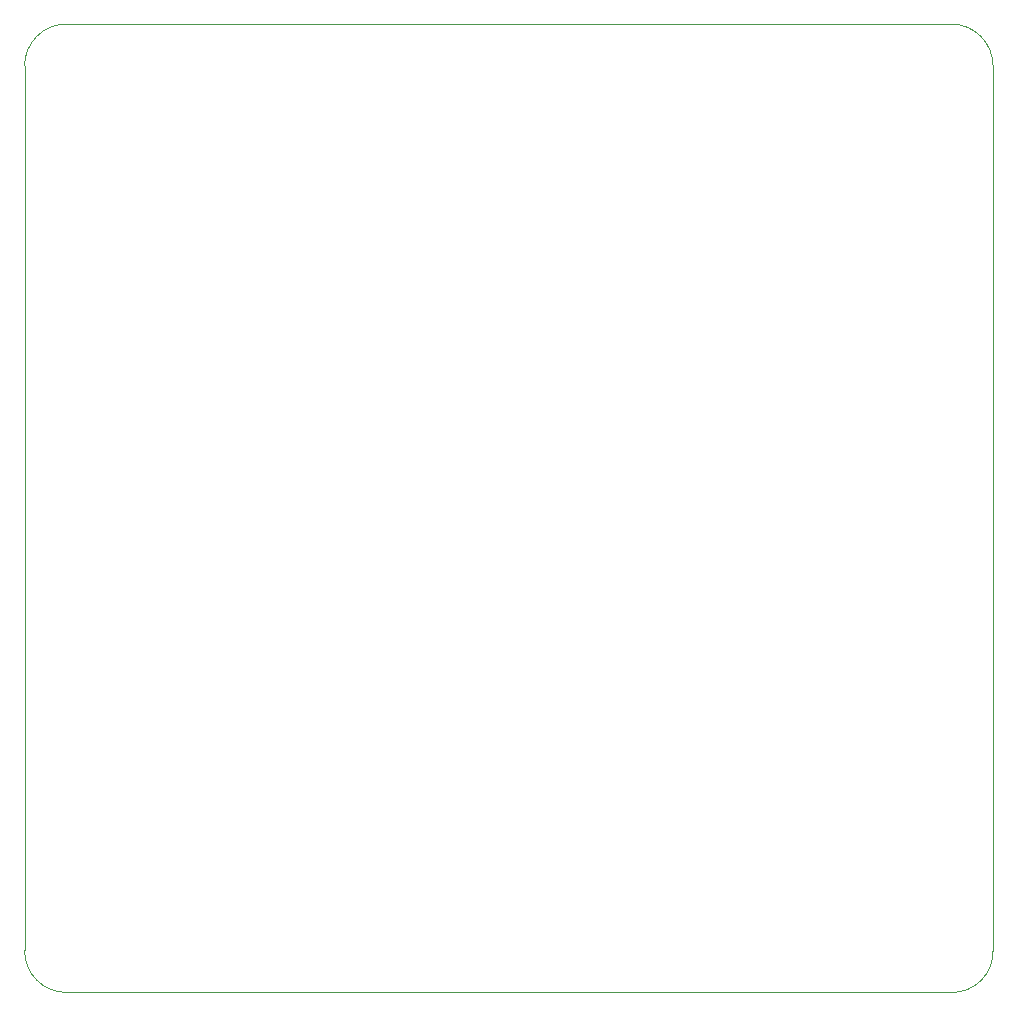
<source format=gbr>
%TF.GenerationSoftware,KiCad,Pcbnew,(6.0.9-0)*%
%TF.CreationDate,2022-12-17T09:56:30-08:00*%
%TF.ProjectId,GrandPapa_Board,4772616e-6450-4617-9061-5f426f617264,rev?*%
%TF.SameCoordinates,Original*%
%TF.FileFunction,Profile,NP*%
%FSLAX46Y46*%
G04 Gerber Fmt 4.6, Leading zero omitted, Abs format (unit mm)*
G04 Created by KiCad (PCBNEW (6.0.9-0)) date 2022-12-17 09:56:30*
%MOMM*%
%LPD*%
G01*
G04 APERTURE LIST*
%TA.AperFunction,Profile*%
%ADD10C,0.050000*%
%TD*%
G04 APERTURE END LIST*
D10*
X195298962Y-63793526D02*
G75*
G03*
X191742933Y-60243343I-3550162J26D01*
G01*
X161798000Y-142240000D02*
X191746226Y-142240000D01*
X116853332Y-60243343D02*
X191742933Y-60243343D01*
X195298933Y-63793526D02*
X195298933Y-138689621D01*
X113297332Y-138684000D02*
X113297332Y-63799343D01*
X116853332Y-60243332D02*
G75*
G03*
X113297332Y-63799343I-32J-3555968D01*
G01*
X161798000Y-142240000D02*
X116840000Y-142240000D01*
X191746227Y-142239978D02*
G75*
G03*
X195298933Y-138689621I84373J3468278D01*
G01*
X113297325Y-138684000D02*
G75*
G03*
X116840000Y-142240000I3542675J-13300D01*
G01*
M02*

</source>
